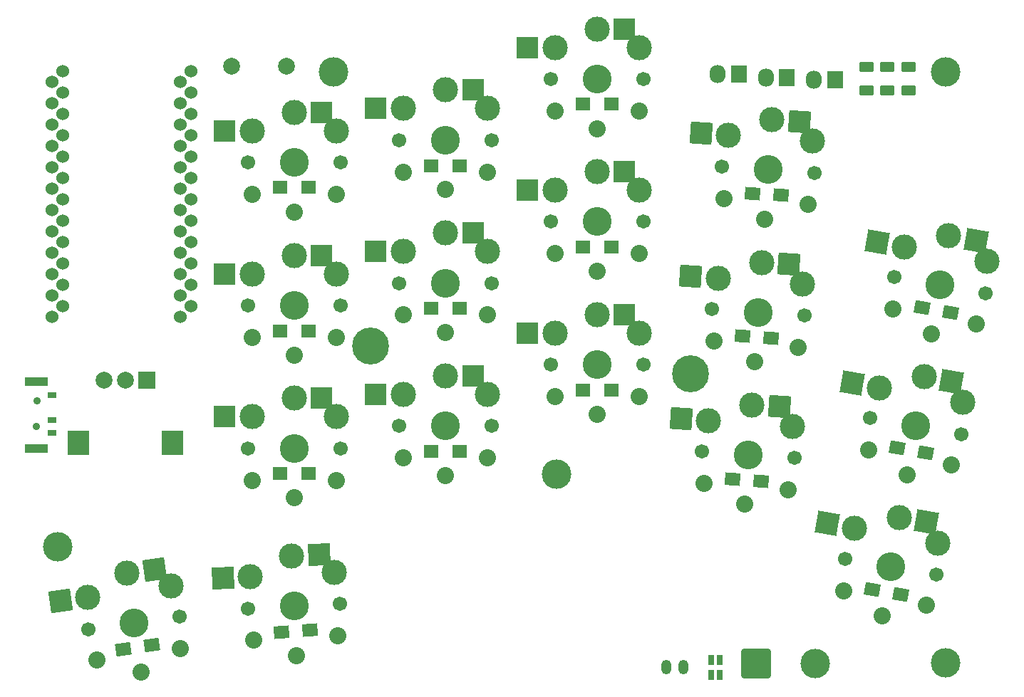
<source format=gts>
G04 #@! TF.GenerationSoftware,KiCad,Pcbnew,(6.0.4)*
G04 #@! TF.CreationDate,2022-07-03T15:15:51+02:00*
G04 #@! TF.ProjectId,Klotz,4b6c6f74-7a2e-46b6-9963-61645f706362,0.2*
G04 #@! TF.SameCoordinates,Original*
G04 #@! TF.FileFunction,Soldermask,Top*
G04 #@! TF.FilePolarity,Negative*
%FSLAX46Y46*%
G04 Gerber Fmt 4.6, Leading zero omitted, Abs format (unit mm)*
G04 Created by KiCad (PCBNEW (6.0.4)) date 2022-07-03 15:15:51*
%MOMM*%
%LPD*%
G01*
G04 APERTURE LIST*
G04 Aperture macros list*
%AMRoundRect*
0 Rectangle with rounded corners*
0 $1 Rounding radius*
0 $2 $3 $4 $5 $6 $7 $8 $9 X,Y pos of 4 corners*
0 Add a 4 corners polygon primitive as box body*
4,1,4,$2,$3,$4,$5,$6,$7,$8,$9,$2,$3,0*
0 Add four circle primitives for the rounded corners*
1,1,$1+$1,$2,$3*
1,1,$1+$1,$4,$5*
1,1,$1+$1,$6,$7*
1,1,$1+$1,$8,$9*
0 Add four rect primitives between the rounded corners*
20,1,$1+$1,$2,$3,$4,$5,0*
20,1,$1+$1,$4,$5,$6,$7,0*
20,1,$1+$1,$6,$7,$8,$9,0*
20,1,$1+$1,$8,$9,$2,$3,0*%
%AMRotRect*
0 Rectangle, with rotation*
0 The origin of the aperture is its center*
0 $1 length*
0 $2 width*
0 $3 Rotation angle, in degrees counterclockwise*
0 Add horizontal line*
21,1,$1,$2,0,0,$3*%
G04 Aperture macros list end*
%ADD10O,1.905000X2.159000*%
%ADD11R,1.905000X2.159000*%
%ADD12R,1.800000X1.500000*%
%ADD13R,0.635000X1.143000*%
%ADD14C,3.000000*%
%ADD15C,3.429000*%
%ADD16C,1.701800*%
%ADD17R,2.600000X2.600000*%
%ADD18C,2.032000*%
%ADD19RotRect,1.800000X1.500000X350.000000*%
%ADD20C,2.000000*%
%ADD21RotRect,2.600000X2.600000X350.000000*%
%ADD22RoundRect,0.250000X0.625000X-0.375000X0.625000X0.375000X-0.625000X0.375000X-0.625000X-0.375000X0*%
%ADD23C,4.400000*%
%ADD24O,1.200000X1.750000*%
%ADD25RotRect,2.600000X2.600000X356.000000*%
%ADD26C,3.500000*%
%ADD27RotRect,2.600000X2.600000X8.000000*%
%ADD28RotRect,1.800000X1.500000X356.000000*%
%ADD29RotRect,1.800000X1.500000X8.000000*%
%ADD30RotRect,1.800000X1.500000X4.000000*%
%ADD31C,0.900000*%
%ADD32R,1.000000X0.700000*%
%ADD33R,2.800000X1.000000*%
%ADD34RotRect,2.600000X2.600000X3.000000*%
%ADD35C,1.524000*%
%ADD36R,2.000000X2.000000*%
%ADD37R,2.500000X3.000000*%
%ADD38RoundRect,0.250002X-1.499998X-1.499998X1.499998X-1.499998X1.499998X1.499998X-1.499998X1.499998X0*%
G04 APERTURE END LIST*
D10*
X178719019Y-58478792D03*
D11*
X181243019Y-58478792D03*
D12*
X151270000Y-61380000D03*
X154670000Y-61380000D03*
X133220000Y-102670000D03*
X136620000Y-102670000D03*
D13*
X166524620Y-129250000D03*
X167525380Y-129250000D03*
D14*
X147944862Y-54615117D03*
X157944862Y-54615117D03*
D15*
X152944862Y-58365117D03*
D14*
X152944862Y-52415117D03*
D16*
X147444862Y-58365117D03*
X158444862Y-58365117D03*
D17*
X156219862Y-52415117D03*
D18*
X152944862Y-64265117D03*
D17*
X144669862Y-54615117D03*
D18*
X157944862Y-62165117D03*
X147944862Y-62165117D03*
D19*
X191611654Y-85569596D03*
X194960000Y-86160000D03*
D10*
X173004504Y-58168721D03*
D11*
X175528504Y-58168721D03*
D20*
X109570000Y-56820000D03*
X116070000Y-56820000D03*
D14*
X183563206Y-111802978D03*
D16*
X182419621Y-115409183D03*
D15*
X187836064Y-116364248D03*
D14*
X193411283Y-113539460D03*
X188869271Y-110504642D03*
D16*
X193252507Y-117319313D03*
D18*
X186811540Y-122174614D03*
D21*
X192094516Y-111073340D03*
D18*
X182252162Y-119238277D03*
X192100240Y-120974758D03*
D21*
X180337961Y-111234280D03*
D22*
X189975000Y-59750000D03*
X189975000Y-56950000D03*
D14*
X134952431Y-93691867D03*
X129952431Y-95891867D03*
D16*
X140452431Y-99641867D03*
D14*
X139952431Y-95891867D03*
D15*
X134952431Y-99641867D03*
D16*
X129452431Y-99641867D03*
D17*
X138227431Y-93691867D03*
D18*
X134952431Y-105541867D03*
X129952431Y-103441867D03*
D17*
X126677431Y-95891867D03*
D18*
X139952431Y-103441867D03*
D12*
X115290000Y-88370000D03*
X118690000Y-88370000D03*
X133220000Y-85670000D03*
X136620000Y-85670000D03*
D23*
X126072491Y-90139683D03*
X164027509Y-93460317D03*
D24*
X163225000Y-128350000D03*
X161225000Y-128350000D03*
D14*
X171352345Y-97128458D03*
X176186701Y-99671881D03*
D15*
X170937294Y-103063964D03*
D14*
X166211061Y-98974316D03*
D16*
X165450692Y-102680303D03*
X176423896Y-103447625D03*
D25*
X174619367Y-97356910D03*
D18*
X170525731Y-108949592D03*
X165684399Y-106505925D03*
X175660040Y-107203490D03*
D25*
X162944038Y-98745864D03*
D26*
X194398013Y-57553692D03*
D19*
X185685827Y-119064798D03*
X189034173Y-119655202D03*
D14*
X157944862Y-71584448D03*
D15*
X152944862Y-75334448D03*
D16*
X147444862Y-75334448D03*
D14*
X147944862Y-71584448D03*
D16*
X158444862Y-75334448D03*
D14*
X152944862Y-69384448D03*
D18*
X152944862Y-81234448D03*
D17*
X156219862Y-69384448D03*
D18*
X157944862Y-79134448D03*
X147944862Y-79134448D03*
D17*
X144669862Y-71584448D03*
D26*
X148182160Y-105392393D03*
D14*
X178550416Y-65768492D03*
X173716060Y-63225069D03*
D15*
X173301009Y-69160575D03*
D16*
X178787611Y-69544236D03*
D14*
X168574776Y-65070927D03*
D16*
X167814407Y-68776914D03*
D18*
X172889446Y-75046203D03*
D25*
X176983082Y-63453521D03*
D18*
X168048114Y-72602536D03*
X178023755Y-73300101D03*
D25*
X165307753Y-64842475D03*
D14*
X177350913Y-82737828D03*
X167375273Y-82040263D03*
X172516557Y-80194405D03*
D16*
X166614904Y-85746250D03*
X177588108Y-86513572D03*
D15*
X172101506Y-86129911D03*
D18*
X171689943Y-92015539D03*
D25*
X175783579Y-80422857D03*
D18*
X176824252Y-90269437D03*
D25*
X164108250Y-81811811D03*
D18*
X166848611Y-89571872D03*
D15*
X152944862Y-92339060D03*
D16*
X158444862Y-92339060D03*
D14*
X157944862Y-88589060D03*
X147944862Y-88589060D03*
D16*
X147444862Y-92339060D03*
D14*
X152944862Y-86389060D03*
D17*
X156219862Y-86389060D03*
D18*
X152944862Y-98239060D03*
D17*
X144669862Y-88589060D03*
D18*
X157944862Y-96139060D03*
X147944862Y-96139060D03*
D16*
X103390943Y-122266583D03*
D14*
X102373910Y-118622664D03*
D16*
X92497995Y-123797487D03*
D14*
X92471230Y-120014395D03*
X97116389Y-117139940D03*
D15*
X97944469Y-123032035D03*
D18*
X98765590Y-128874617D03*
D27*
X100359517Y-116684148D03*
X89228102Y-120470187D03*
D18*
X93521986Y-127490919D03*
X103424667Y-126099188D03*
D12*
X151270000Y-78380000D03*
X154670000Y-78380000D03*
D26*
X88900000Y-114030000D03*
D28*
X170228282Y-88972828D03*
X173620000Y-89210000D03*
D15*
X116960000Y-102287813D03*
D16*
X111460000Y-102287813D03*
D14*
X116960000Y-96337813D03*
X111960000Y-98537813D03*
D16*
X122460000Y-102287813D03*
D14*
X121960000Y-98537813D03*
D17*
X120235000Y-96337813D03*
D18*
X116960000Y-108187813D03*
X121960000Y-106087813D03*
D17*
X108685000Y-98537813D03*
D18*
X111960000Y-106087813D03*
D22*
X187475000Y-59750000D03*
X187475000Y-56950000D03*
D13*
X166524620Y-127475000D03*
X167525380Y-127475000D03*
D19*
X188637481Y-102274394D03*
X191985827Y-102864798D03*
D12*
X151270000Y-95380000D03*
X154670000Y-95380000D03*
D29*
X96683088Y-126153188D03*
X100050000Y-125680000D03*
D30*
X115438282Y-124157172D03*
X118830000Y-123920000D03*
D14*
X189454852Y-78322940D03*
X194760917Y-77024604D03*
D16*
X188311267Y-81929145D03*
D15*
X193727710Y-82884210D03*
D14*
X199302929Y-80059422D03*
D16*
X199144153Y-83839275D03*
D18*
X192703186Y-88694576D03*
D21*
X197986162Y-77593302D03*
D18*
X188143808Y-85758239D03*
D21*
X186229607Y-77754242D03*
D18*
X197991886Y-87494720D03*
D26*
X121652143Y-57553692D03*
D12*
X133220000Y-68670000D03*
X136620000Y-68670000D03*
D14*
X121960000Y-81568484D03*
X111960000Y-81568484D03*
D15*
X116960000Y-85318484D03*
D16*
X122460000Y-85318484D03*
X111460000Y-85318484D03*
D14*
X116960000Y-79368484D03*
D17*
X120235000Y-79368484D03*
D18*
X116960000Y-91218484D03*
X111960000Y-89118484D03*
D17*
X108685000Y-81568484D03*
D18*
X121960000Y-89118484D03*
D31*
X86425000Y-96685000D03*
X86375000Y-99685000D03*
D32*
X88225000Y-95935000D03*
X88225000Y-98935000D03*
X88225000Y-100435000D03*
D33*
X86325000Y-102285000D03*
X86325000Y-94335000D03*
D14*
X134952431Y-59682647D03*
X139952431Y-61882647D03*
D15*
X134952431Y-65632647D03*
D16*
X140452431Y-65632647D03*
X129452431Y-65632647D03*
D14*
X129952431Y-61882647D03*
D18*
X134952431Y-71532647D03*
D17*
X138227431Y-59682647D03*
D18*
X129952431Y-69432647D03*
X139952431Y-69432647D03*
D17*
X126677431Y-61882647D03*
D12*
X115290000Y-105270000D03*
X118690000Y-105270000D03*
X115290000Y-71270000D03*
X118690000Y-71270000D03*
D28*
X171428282Y-71972828D03*
X174820000Y-72210000D03*
D14*
X116960000Y-62363872D03*
X111960000Y-64563872D03*
D15*
X116960000Y-68313872D03*
D16*
X122460000Y-68313872D03*
D14*
X121960000Y-64563872D03*
D16*
X111460000Y-68313872D03*
D17*
X120235000Y-62363872D03*
D18*
X116960000Y-74213872D03*
X121960000Y-72113872D03*
D17*
X108685000Y-64563872D03*
D18*
X111960000Y-72113872D03*
D14*
X116648601Y-115114549D03*
X121756888Y-117049854D03*
X111770592Y-117573214D03*
D16*
X111467538Y-121344243D03*
X122452462Y-120768547D03*
D15*
X116960000Y-121056395D03*
D34*
X119919113Y-114943149D03*
D18*
X117268782Y-126948309D03*
D34*
X108500081Y-117744614D03*
D18*
X112165729Y-125112867D03*
X122152024Y-124589507D03*
D26*
X194398013Y-127759458D03*
D16*
X129452431Y-82637259D03*
X140452431Y-82637259D03*
D14*
X139952431Y-78887259D03*
D15*
X134952431Y-82637259D03*
D14*
X129952431Y-78887259D03*
X134952431Y-76687259D03*
D18*
X134952431Y-88537259D03*
D17*
X138227431Y-76687259D03*
D18*
X129952431Y-86437259D03*
D17*
X126677431Y-78887259D03*
D18*
X139952431Y-86437259D03*
D35*
X88172500Y-58710000D03*
X104718900Y-57440000D03*
X104718900Y-59980000D03*
X88172500Y-61250000D03*
X88172500Y-63790000D03*
X104718900Y-62520000D03*
X104718900Y-65060000D03*
X88172500Y-66330000D03*
X104718900Y-67600000D03*
X88172500Y-68870000D03*
X88172500Y-71410000D03*
X104718900Y-70140000D03*
X104718900Y-72680000D03*
X88172500Y-73950000D03*
X88172500Y-76490000D03*
X104718900Y-75220000D03*
X88172500Y-79030000D03*
X104718900Y-77760000D03*
X88172500Y-81570000D03*
X104718900Y-80300000D03*
X88172500Y-84110000D03*
X104718900Y-82840000D03*
X104718900Y-85380000D03*
X88172500Y-86650000D03*
X103412500Y-86650000D03*
X89498900Y-85380000D03*
X89498900Y-82840000D03*
X103412500Y-84110000D03*
X89498900Y-80300000D03*
X103412500Y-81570000D03*
X89498900Y-77760000D03*
X103412500Y-79030000D03*
X103412500Y-76490000D03*
X89498900Y-75220000D03*
X89498900Y-72680000D03*
X103412500Y-73950000D03*
X103412500Y-71410000D03*
X89498900Y-70140000D03*
X89498900Y-67600000D03*
X103412500Y-68870000D03*
X103412500Y-66330000D03*
X89498900Y-65060000D03*
X103412500Y-63790000D03*
X89498900Y-62520000D03*
X103412500Y-61250000D03*
X89498900Y-59980000D03*
X89498900Y-57440000D03*
X103412500Y-58710000D03*
D28*
X169032423Y-105954242D03*
X172424141Y-106191414D03*
D36*
X99430000Y-94150000D03*
D20*
X94430000Y-94150000D03*
X96930000Y-94150000D03*
D37*
X91330000Y-101650000D03*
X102530000Y-101650000D03*
D10*
X167261254Y-57800649D03*
D11*
X169785254Y-57800649D03*
D22*
X184975000Y-59750000D03*
X184975000Y-56950000D03*
D14*
X196374742Y-96817079D03*
X186526665Y-95080597D03*
X191832730Y-93782261D03*
D15*
X190799523Y-99641867D03*
D16*
X185383080Y-98686802D03*
X196215966Y-100596932D03*
D21*
X195057975Y-94350959D03*
D18*
X189774999Y-105452233D03*
X185215621Y-102515896D03*
D21*
X183301420Y-94511899D03*
D18*
X195063699Y-104252377D03*
D38*
X171900000Y-127875000D03*
D26*
X178900000Y-127875000D03*
M02*

</source>
